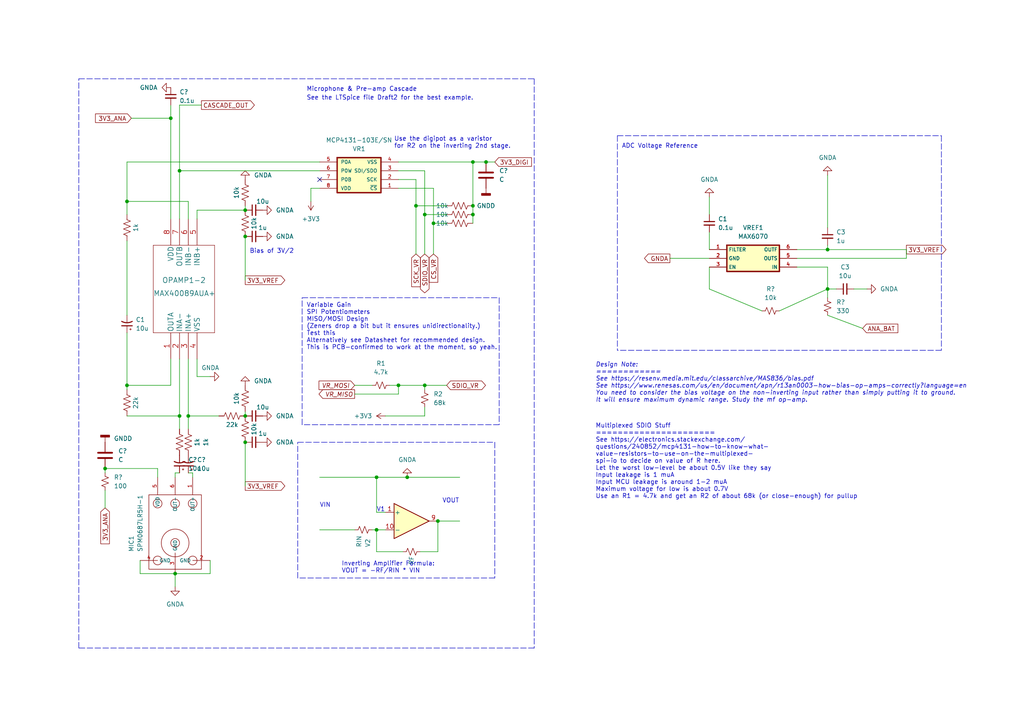
<source format=kicad_sch>
(kicad_sch (version 20211123) (generator eeschema)
  (paper "A4")
  (title_block (title "Analogue Circuitry Schematic - Batcorder"))
  (lib_symbols
    (symbol "Amplifier_Audio:OPA1622" (pin_names (offset 0.127))
      (property "Reference" "U?" (at 0 -7.62 0))
      (property "Value" "OPA" (at 0 -10.16 0))
      (symbol "OPA1622_1_1"
        (polyline (pts (xy -5.08 5.08) (xy 5.08 0) (xy -5.08 -5.08) (xy -5.08 5.08) (xy -5.08 5.08)) (stroke (width 0.254)) (fill (type background)))
        (pin input line (at -7.62 2.54 0) (length 2.54) (name "+") (number "1"))
        (pin input line (at -7.62 -2.54 0) (length 2.54) (name "-") (number "10"))
        (pin output line (at 7.62 0 180) (length 2.54) (name "~") (number "9"))
      )
      (symbol "OPA1622_2_1"
        (polyline (pts (xy -5.08 5.08) (xy 5.08 0) (xy -5.08 -5.08) (xy -5.08 5.08) (xy -5.08 5.08)) (stroke (width 0.254)) (fill (type background)))
        (pin input line (at -7.62 2.54 0) (length 2.54) (name "+") (number "5"))
        (pin input line (at -7.62 -2.54 0) (length 2.54) (name "-") (number "6"))
        (pin output line (at 7.62 0 180) (length 2.54) (name "~") (number "7"))
      )
      (symbol "OPA1622_3_1"
        (pin passive line (at -2.54 -7.62 90) (length 3.81) hide (name "V-") (number "11"))
        (pin power_in line (at -2.54 7.62 270) (length 3.81) (name "V+") (number "2"))
        (pin power_in line (at 0 -7.62 90) (length 5.08) (name "GND") (number "3"))
        (pin power_in line (at -2.54 -7.62 90) (length 3.81) (name "V-") (number "4"))
      )
    )
    (symbol "Device:C" (pin_numbers hide) (pin_names (offset 0.254))
      (property "Reference" "C" (at 0.635 2.54 0))
      (property "Value" "C" (at 0.635 -2.54 0))
      (symbol "C_0_1"
        (polyline (pts (xy -2.032 -0.762) (xy 2.032 -0.762)) (stroke (width 0.508)))
        (polyline (pts (xy -2.032 0.762) (xy 2.032 0.762)) (stroke (width 0.508)))
      )
      (symbol "C_1_1"
        (pin passive line (at 0 3.81 270) (length 2.794) (name "~") (number "1"))
        (pin passive line (at 0 -3.81 90) (length 2.794) (name "~") (number "2"))
      )
    )
    (symbol "Device:C_Polarized_Small_US" (pin_numbers hide) (pin_names (offset 0.254) hide)
      (property "Reference" "C" (at 0.254 1.778 0))
      (property "Value" "C_Polarized_Small_US" (at 0.254 -2.032 0))
      (symbol "C_Polarized_Small_US_0_1"
        (polyline (pts (xy -1.524 0.508) (xy 1.524 0.508)) (stroke (width 0.3048)))
        (polyline (pts (xy -1.27 1.524) (xy -0.762 1.524)))
        (polyline (pts (xy -1.016 1.27) (xy -1.016 1.778)))
        (arc (start 1.524 -0.762) (mid 0 -0.3734) (end -1.524 -0.762) (stroke (width 0.3048)))
      )
      (symbol "C_Polarized_Small_US_1_1"
        (pin passive line (at 0 2.54 270) (length 2.032) (name "~") (number "1"))
        (pin passive line (at 0 -2.54 90) (length 2.032) (name "~") (number "2"))
      )
    )
    (symbol "Device:C_Small" (pin_numbers hide) (pin_names (offset 0.254) hide)
      (property "Reference" "C" (at 0.254 1.778 0))
      (property "Value" "C_Small" (at 0.254 -2.032 0))
      (symbol "C_Small_0_1"
        (polyline (pts (xy -1.524 -0.508) (xy 1.524 -0.508)) (stroke (width 0.3302)))
        (polyline (pts (xy -1.524 0.508) (xy 1.524 0.508)) (stroke (width 0.3048)))
      )
      (symbol "C_Small_1_1"
        (pin passive line (at 0 2.54 270) (length 2.032) (name "~") (number "1"))
        (pin passive line (at 0 -2.54 90) (length 2.032) (name "~") (number "2"))
      )
    )
    (symbol "Device:R_Small_US" (pin_numbers hide) (pin_names (offset 0.254) hide)
      (property "Reference" "R" (at 0.762 0.508 0))
      (property "Value" "R_Small_US" (at 0.762 -1.016 0))
      (symbol "R_Small_US_1_1"
        (polyline (pts (xy 0 0) (xy 1.016 -0.381) (xy 0 -0.762) (xy -1.016 -1.143) (xy 0 -1.524)))
        (polyline (pts (xy 0 1.524) (xy 1.016 1.143) (xy 0 0.762) (xy -1.016 0.381) (xy 0 0)))
        (pin passive line (at 0 2.54 270) (length 1.016) (name "~") (number "1"))
        (pin passive line (at 0 -2.54 90) (length 1.016) (name "~") (number "2"))
      )
    )
    (symbol "Device:R_US" (pin_numbers hide) (pin_names (offset 0))
      (property "Reference" "R" (at 2.54 0 90))
      (property "Value" "R_US" (at -2.54 0 90))
      (symbol "R_US_0_1"
        (polyline (pts (xy 0 -2.286) (xy 0 -2.54)))
        (polyline (pts (xy 0 2.286) (xy 0 2.54)))
        (polyline (pts (xy 0 -0.762) (xy 1.016 -1.143) (xy 0 -1.524) (xy -1.016 -1.905) (xy 0 -2.286)))
        (polyline (pts (xy 0 0.762) (xy 1.016 0.381) (xy 0 0) (xy -1.016 -0.381) (xy 0 -0.762)))
        (polyline (pts (xy 0 2.286) (xy 1.016 1.905) (xy 0 1.524) (xy -1.016 1.143) (xy 0 0.762)))
      )
      (symbol "R_US_1_1"
        (pin passive line (at 0 3.81 270) (length 1.27) (name "~") (number "1"))
        (pin passive line (at 0 -3.81 90) (length 1.27) (name "~") (number "2"))
      )
    )
    (symbol "MAX40089AUA+:MAX40089AUA+" (pin_names (offset 0.254))
      (property "Reference" "U" (at 20.32 10.16 0))
      (property "Value" "MAX40089AUA+" (at 20.32 7.62 0))
      (symbol "MAX40089AUA+_1_1"
        (polyline (pts (xy 7.62 -12.7) (xy 33.02 -12.7)) (stroke (width 0.127)))
        (polyline (pts (xy 7.62 5.08) (xy 7.62 -12.7)) (stroke (width 0.127)))
        (polyline (pts (xy 33.02 -12.7) (xy 33.02 5.08)) (stroke (width 0.127)))
        (polyline (pts (xy 33.02 5.08) (xy 7.62 5.08)) (stroke (width 0.127)))
        (pin output line (at 0 0 0) (length 7.62) (name "OUTA") (number "1"))
        (pin unspecified line (at 0 -2.54 0) (length 7.62) (name "INA-") (number "2"))
        (pin unspecified line (at 0 -5.08 0) (length 7.62) (name "INA+") (number "3"))
        (pin power_in line (at 0 -7.62 0) (length 7.62) (name "VSS") (number "4"))
        (pin unspecified line (at 40.64 -7.62 180) (length 7.62) (name "INB+") (number "5"))
        (pin unspecified line (at 40.64 -5.08 180) (length 7.62) (name "INB-") (number "6"))
        (pin output line (at 40.64 -2.54 180) (length 7.62) (name "OUTB") (number "7"))
        (pin power_in line (at 40.64 0 180) (length 7.62) (name "VDD") (number "8"))
      )
    )
    (symbol "MAX6070:MAX6070"
      (property "Reference" "VREF" (at 0 6.35 0))
      (property "Value" "MAX6070" (at 0 3.81 0))
      (symbol "MAX6070_0_0"
        (rectangle (start -7.62 2.54) (end 7.62 -5.08) (stroke (width 0.4064)) (fill (type background)))
        (pin power_in line (at -12.7 1.27 0) (length 5.08) (name "FILTER") (number "1"))
        (pin power_in line (at -12.7 -1.27 0) (length 5.08) (name "GND") (number "2"))
        (pin bidirectional line (at -12.7 -3.81 0) (length 5.08) (name "EN") (number "3"))
        (pin input line (at 12.7 -3.81 180) (length 5.08) (name "IN") (number "4"))
        (pin output line (at 12.7 -1.27 180) (length 5.08) (name "OUTS") (number "5"))
        (pin output line (at 12.7 1.27 180) (length 5.08) (name "OUTF") (number "6"))
      )
    )
    (symbol "MCP4131-103E_SN:MCP4131-103E{slash}SN" (pin_names (offset 1.016))
      (property "Reference" "VR" (at -1.27 7.62 0))
      (property "Value" "MCP4131-103E{slash}SN" (at -8.89 5.08 0))
      (symbol "MCP4131-103E{slash}SN_0_0"
        (rectangle (start -6.35 5.08) (end 6.35 -5.08) (stroke (width 0.41)) (fill (type background)))
        (pin input line (at -11.43 3.81 0) (length 5.08) (name "~{CS}") (number "1"))
        (pin input line (at -11.43 1.27 0) (length 5.08) (name "SCK") (number "2"))
        (pin bidirectional line (at -11.43 -1.27 0) (length 5.08) (name "SDI/SDO") (number "3"))
        (pin power_in line (at -11.43 -3.81 0) (length 5.08) (name "VSS") (number "4"))
        (pin bidirectional line (at 11.43 -3.81 180) (length 5.08) (name "P0A") (number "5"))
        (pin bidirectional line (at 11.43 -1.27 180) (length 5.08) (name "P0W") (number "6"))
        (pin bidirectional line (at 11.43 1.27 180) (length 5.08) (name "P0B") (number "7"))
        (pin power_in line (at 11.43 3.81 180) (length 5.08) (name "VDD") (number "8"))
      )
    )
    (symbol "SPM0687LR5H-1:SPM0687LR5H-1"
      (property "Reference" "MIC" (at 0 25.4 0))
      (property "Value" "SPM0687LR5H-1" (at 0 22.86 0))
      (symbol "SPM0687LR5H-1_0_0"
        (pin output line (at 5.08 16.51 270) (length 5.08) (name "OUT+") (number "1"))
        (pin power_out line (at 10.16 -7.62 180) (length 5.08) (name "GND") (number "2"))
        (pin power_out line (at 0 -11.43 90) (length 6) (name "GND") (number "3"))
        (pin power_out line (at -10.16 -7.62 0) (length 5.08) (name "GND") (number "4"))
        (pin power_in line (at -5.08 16.51 270) (length 5.08) (name "VDD") (number "5"))
        (pin output line (at 0 16.51 270) (length 5.08) (name "OUT-") (number "6"))
      )
      (symbol "SPM0687LR5H-1_0_1"
        (rectangle (start -7.62 11.43) (end 7.62 -10.16))
        (circle (center -5.08 -7.62) (radius 1.27))
        (circle (center -5.08 8.89) (radius 1.27))
        (circle (center 0 -2.54) (radius 1.27))
        (circle (center 0 -2.54) (radius 4.0161))
        (circle (center 0 8.89) (radius 1.27))
        (circle (center 5.08 -7.62) (radius 1.27))
        (circle (center 5.08 8.89) (radius 1.27))
      )
    )
    (symbol "power:+3V3" (power) (pin_names (offset 0))
      (property "Value" "+3V3" (at 0 3.556 0))
      (symbol "+3V3_0_1"
        (polyline (pts (xy -0.762 1.27) (xy 0 2.54)))
        (polyline (pts (xy 0 0) (xy 0 2.54)))
        (polyline (pts (xy 0 2.54) (xy 0.762 1.27)))
      )
      (symbol "+3V3_1_1"
        (pin power_in line (at 0 0 90) (length 0) hide (name "+3V3") (number "1"))
      )
    )
    (symbol "power:GNDA" (power) (pin_names (offset 0))
      (property "Value" "GNDA" (at 0 -3.81 0))
      (symbol "GNDA_0_1"
        (polyline (pts (xy 0 0) (xy 0 -1.27) (xy 1.27 -1.27) (xy 0 -2.54) (xy -1.27 -1.27) (xy 0 -1.27)))
      )
      (symbol "GNDA_1_1"
        (pin power_in line (at 0 0 270) (length 0) hide (name "GNDA") (number "1"))
      )
    )
    (symbol "power:GNDD" (power) (pin_names (offset 0))
      (property "Value" "GNDD" (at 0 -3.175 0))
      (symbol "GNDD_0_1"
        (rectangle (start -1.27 -1.524) (end 1.27 -2.032) (stroke (width 0.254)) (fill (type outline)))
        (polyline (pts (xy 0 0) (xy 0 -1.524)))
      )
      (symbol "GNDD_1_1"
        (pin power_in line (at 0 0 270) (length 0) hide (name "GNDD") (number "1"))
      )
    )
  )
  (junction (at 240.03 72.39))
  (junction (at 109.22 153.67))
  (junction (at 140.97 46.99))
  (junction (at 71.12 120.65))
  (junction (at 123.19 111.76))
  (junction (at 137.16 59.69))
  (junction (at 30.48 135.89))
  (junction (at 137.16 46.99))
  (junction (at 123.19 62.23))
  (junction (at 52.07 49.53))
  (junction (at 137.16 62.23))
  (junction (at 36.83 58.42))
  (junction (at 71.12 128.27))
  (junction (at 109.22 138.43))
  (junction (at 71.12 68.58))
  (junction (at 125.73 64.77))
  (junction (at 127 151.13))
  (junction (at 54.61 120.65))
  (junction (at 50.8 166.37))
  (junction (at 115.57 111.76))
  (junction (at 52.07 120.65))
  (junction (at 71.12 60.96))
  (junction (at 36.83 111.76))
  (junction (at 118.11 138.43))
  (junction (at 240.03 83.82))
  (junction (at 120.65 59.69))
  (junction (at 49.53 34.29))
  (no_connect (at 92.71 52.07))
  (wire (pts (xy 50.8 170.18) (xy 50.8 166.37)))
  (wire (pts (xy 123.19 49.53) (xy 123.19 62.23)))
  (wire (pts (xy 120.65 59.69) (xy 120.65 73.66)))
  (wire (pts (xy 57.15 104.14) (xy 57.15 109.22)))
  (wire (pts (xy 36.83 46.99) (xy 36.83 58.42)))
  (wire (pts (xy 123.19 118.11) (xy 123.19 120.65)))
  (wire (pts (xy 52.07 104.14) (xy 52.07 120.65)))
  (wire (pts (xy 52.07 120.65) (xy 52.07 124.46)))
  (wire (pts (xy 90.17 54.61) (xy 92.71 54.61)))
  (wire (pts (xy 57.15 109.22) (xy 60.96 109.22)))
  (wire (pts (xy 205.74 83.82) (xy 220.98 90.17)))
  (wire (pts (xy 36.83 111.76) (xy 49.53 111.76)))
  (wire (pts (xy 50.8 166.37) (xy 60.96 166.37)))
  (wire (pts (xy 71.12 119.38) (xy 71.12 120.65)))
  (wire (pts (xy 137.16 62.23) (xy 137.16 64.77)))
  (wire (pts (xy 231.14 74.93) (xy 262.89 74.93)))
  (wire (pts (xy 137.16 46.99) (xy 137.16 59.69)))
  (wire (pts (xy 71.12 68.58) (xy 71.12 81.28)))
  (wire (pts (xy 92.71 138.43) (xy 109.22 138.43)))
  (wire (pts (xy 38.1 34.29) (xy 49.53 34.29)))
  (wire (pts (xy 50.8 137.16) (xy 52.07 137.16)))
  (wire (pts (xy 111.76 120.65) (xy 123.19 120.65)))
  (wire (pts (xy 49.53 30.48) (xy 49.53 34.29)))
  (wire (pts (xy 125.73 64.77) (xy 129.54 64.77)))
  (wire (pts (xy 45.72 135.89) (xy 30.48 135.89)))
  (wire (pts (xy 36.83 62.23) (xy 36.83 58.42)))
  (wire (pts (xy 123.19 49.53) (xy 115.57 49.53)))
  (polyline (pts (xy 273.05 39.37) (xy 273.05 101.6)))
  (wire (pts (xy 71.12 128.27) (xy 71.12 140.97)))
  (wire (pts (xy 109.22 153.67) (xy 109.22 160.02)))
  (wire (pts (xy 54.61 104.14) (xy 54.61 120.65)))
  (wire (pts (xy 30.48 137.16) (xy 30.48 135.89)))
  (wire (pts (xy 60.96 166.37) (xy 60.96 162.56)))
  (wire (pts (xy 55.88 137.16) (xy 54.61 137.16)))
  (wire (pts (xy 50.8 138.43) (xy 50.8 137.16)))
  (wire (pts (xy 120.65 59.69) (xy 129.54 59.69)))
  (wire (pts (xy 36.83 113.03) (xy 36.83 111.76)))
  (polyline (pts (xy 86.36 128.27) (xy 143.51 128.27)))
  (polyline (pts (xy 87.63 86.36) (xy 144.78 86.36)))
  (wire (pts (xy 262.89 72.39) (xy 240.03 72.39)))
  (wire (pts (xy 140.97 46.99) (xy 143.51 46.99)))
  (wire (pts (xy 107.95 153.67) (xy 109.22 153.67)))
  (wire (pts (xy 40.64 162.56) (xy 40.64 166.37)))
  (polyline (pts (xy 86.36 167.64) (xy 86.36 128.27)))
  (wire (pts (xy 52.07 49.53) (xy 92.71 49.53)))
  (wire (pts (xy 242.57 83.82) (xy 240.03 83.82)))
  (polyline (pts (xy 154.94 22.86) (xy 154.94 187.96)))
  (wire (pts (xy 115.57 111.76) (xy 123.19 111.76)))
  (wire (pts (xy 55.88 138.43) (xy 55.88 137.16)))
  (polyline (pts (xy 143.51 167.64) (xy 86.36 167.64)))
  (wire (pts (xy 205.74 77.47) (xy 205.74 83.82)))
  (wire (pts (xy 54.61 120.65) (xy 54.61 124.46)))
  (polyline (pts (xy 143.51 128.27) (xy 143.51 167.64)))
  (wire (pts (xy 137.16 46.99) (xy 140.97 46.99)))
  (wire (pts (xy 109.22 148.59) (xy 109.22 138.43)))
  (wire (pts (xy 109.22 153.67) (xy 111.76 153.67)))
  (wire (pts (xy 262.89 74.93) (xy 262.89 72.39)))
  (wire (pts (xy 194.31 74.93) (xy 205.74 74.93)))
  (wire (pts (xy 123.19 62.23) (xy 123.19 73.66)))
  (wire (pts (xy 205.74 57.15) (xy 205.74 62.23)))
  (wire (pts (xy 52.07 49.53) (xy 52.07 63.5)))
  (wire (pts (xy 226.06 90.17) (xy 240.03 83.82)))
  (polyline (pts (xy 144.78 86.36) (xy 144.78 123.19)))
  (wire (pts (xy 57.15 63.5) (xy 57.15 60.96)))
  (wire (pts (xy 115.57 54.61) (xy 125.73 54.61)))
  (wire (pts (xy 52.07 30.48) (xy 58.42 30.48)))
  (wire (pts (xy 240.03 50.8) (xy 240.03 66.04)))
  (wire (pts (xy 36.83 120.65) (xy 52.07 120.65)))
  (wire (pts (xy 109.22 138.43) (xy 118.11 138.43)))
  (polyline (pts (xy 179.07 39.37) (xy 179.07 101.6)))
  (wire (pts (xy 125.73 54.61) (xy 125.73 64.77)))
  (wire (pts (xy 71.12 59.69) (xy 71.12 60.96)))
  (wire (pts (xy 137.16 59.69) (xy 137.16 62.23)))
  (polyline (pts (xy 22.86 187.96) (xy 22.86 22.86)))
  (polyline (pts (xy 179.07 39.37) (xy 273.05 39.37)))
  (wire (pts (xy 123.19 62.23) (xy 129.54 62.23)))
  (wire (pts (xy 115.57 46.99) (xy 137.16 46.99)))
  (wire (pts (xy 30.48 147.32) (xy 30.48 142.24)))
  (wire (pts (xy 109.22 160.02) (xy 116.84 160.02)))
  (wire (pts (xy 52.07 30.48) (xy 52.07 49.53)))
  (polyline (pts (xy 154.94 187.96) (xy 22.86 187.96)))
  (polyline (pts (xy 22.86 22.86) (xy 154.94 22.86)))
  (wire (pts (xy 36.83 58.42) (xy 54.61 58.42)))
  (wire (pts (xy 240.03 83.82) (xy 240.03 86.36)))
  (wire (pts (xy 247.65 83.82) (xy 251.46 83.82)))
  (wire (pts (xy 205.74 67.31) (xy 205.74 72.39)))
  (wire (pts (xy 127 151.13) (xy 133.35 151.13)))
  (wire (pts (xy 57.15 60.96) (xy 71.12 60.96)))
  (wire (pts (xy 49.53 34.29) (xy 49.53 63.5)))
  (wire (pts (xy 92.71 46.99) (xy 36.83 46.99)))
  (wire (pts (xy 102.87 111.76) (xy 107.95 111.76)))
  (wire (pts (xy 54.61 120.65) (xy 63.5 120.65)))
  (wire (pts (xy 36.83 69.85) (xy 36.83 91.44)))
  (wire (pts (xy 113.03 111.76) (xy 115.57 111.76)))
  (polyline (pts (xy 144.78 123.19) (xy 87.63 123.19)))
  (wire (pts (xy 120.65 52.07) (xy 115.57 52.07)))
  (wire (pts (xy 115.57 114.3) (xy 115.57 111.76)))
  (wire (pts (xy 120.65 52.07) (xy 120.65 59.69)))
  (wire (pts (xy 240.03 91.44) (xy 250.19 95.25)))
  (wire (pts (xy 240.03 77.47) (xy 231.14 77.47)))
  (wire (pts (xy 40.64 166.37) (xy 50.8 166.37)))
  (polyline (pts (xy 87.63 123.19) (xy 87.63 86.36)))
  (wire (pts (xy 92.71 153.67) (xy 102.87 153.67)))
  (wire (pts (xy 36.83 111.76) (xy 36.83 96.52)))
  (wire (pts (xy 90.17 58.42) (xy 90.17 54.61)))
  (wire (pts (xy 45.72 138.43) (xy 45.72 135.89)))
  (wire (pts (xy 102.87 114.3) (xy 115.57 114.3)))
  (polyline (pts (xy 273.05 101.6) (xy 179.07 101.6)))
  (wire (pts (xy 240.03 72.39) (xy 240.03 71.12)))
  (wire (pts (xy 118.11 138.43) (xy 133.35 138.43)))
  (wire (pts (xy 54.61 58.42) (xy 54.61 63.5)))
  (wire (pts (xy 125.73 64.77) (xy 125.73 73.66)))
  (wire (pts (xy 121.92 160.02) (xy 127 160.02)))
  (wire (pts (xy 111.76 148.59) (xy 109.22 148.59)))
  (wire (pts (xy 127 160.02) (xy 127 151.13)))
  (wire (pts (xy 123.19 111.76) (xy 129.54 111.76)))
  (wire (pts (xy 231.14 72.39) (xy 240.03 72.39)))
  (wire (pts (xy 49.53 104.14) (xy 49.53 111.76)))
  (wire (pts (xy 123.19 111.76) (xy 123.19 113.03)))
  (wire (pts (xy 240.03 83.82) (xy 240.03 77.47)))
  (text "VIN\n" (at 92.71 147.32 0) (effects (font (size 1.27 1.27)) (justify left bottom)))
  (text "See the LTSpice file Draft2 for the best example.\n" (at 88.9 29.21 0) (effects (font (size 1.27 1.27)) (justify left bottom)))
  (text "V1" (at 109.22 148.59 0) (effects (font (size 1.27 1.27)) (justify left bottom)))
  (text "Microphone & Pre-amp Cascade" (at 88.9 26.67 0) (effects (font (size 1.27 1.27)) (justify left bottom)))
  (text "ADC Voltage Reference" (at 180.34 43.18 0) (effects (font (size 1.27 1.27)) (justify left bottom)))
  (text "VOUT\n" (at 128.27 146.05 0) (effects (font (size 1.27 1.27)) (justify left bottom)))
  (text "Multiplexed SDIO Stuff\n======================\nSee https://electronics.stackexchange.com/\nquestions/240852/mcp4131-how-to-know-what-\nvalue-resistors-to-use-on-the-multiplexed-\nspi-io to decide on value of R here.\nLet the worst low-level be about 0.5V like they say\nInput leakage is 1 muA \nInput MCU leakage is around 1-2 muA\nMaximum voltage for low is about 0.7V\nUse an R1 = 4.7k and get an R2 of about 68k (or close-enough) for pullup\n" (at 172.72 144.78 0) (effects (font (size 1.27 1.27)) (justify left bottom)))
  (text "Inverting Amplifier Formula:\nVOUT = -RF/RIN * VIN " (at 99.06 166.37 0) (effects (font (size 1.27 1.27)) (justify left bottom)))
  (text "Variable Gain \nSPI Potentiometers\nMISO/MOSI Design \n(Zeners drop a bit but it ensures unidirectionality.) \nTest this\nAlternatively see Datasheet for recommended design.\nThis is PCB-confirmed to work at the moment, so yeah." (at 88.9 101.6 0) (effects (font (size 1.27 1.27)) (justify left bottom)))
  (text "Bias of 3V/2" (at 72.39 73.66 0) (effects (font (size 1.27 1.27)) (justify left bottom)))
  (text "Design Note: \n============\nSee https://resenv.media.mit.edu/classarchive/MAS836/bias.pdf \nSee https://www.renesas.com/us/en/document/apn/r13an0003-how-bias-op-amps-correctly?language=en\nYou need to consider the bias voltage on the non-inverting input rather than simply putting it to ground. \nIt will ensure maximum dynamic range. Study the mf op-amp." (at 172.72 116.84 0) (effects (font (size 1.27 1.27) italic) (justify left bottom)))
  (text "Use the digipot as a varistor \nfor R2 on the inverting 2nd stage.\n" (at 114.3 43.18 0) (effects (font (size 1.27 1.27)) (justify left bottom)))
  (global_label "SDIO_VR" (shape bidirectional) (at 129.54 111.76 0) (property "Intersheet References" "${INTERSHEET_REFS}" (effects hide)))
  (global_label "3V3_DIGI" (shape input) (at 143.51 46.99 0) (property "Intersheet References" "${INTERSHEET_REFS}" (effects hide)))
  (global_label "GNDA" (shape output) (at 194.31 74.93 180) (property "Intersheet References" "${INTERSHEET_REFS}" (effects hide)))
  (global_label "CS_VR" (shape input) (at 125.73 73.66 270) (property "Intersheet References" "${INTERSHEET_REFS}" (effects hide)))
  (global_label "VR_MOSI" (shape input) (at 102.87 111.76 180) (effects (font italic)) (property "Intersheet References" "${INTERSHEET_REFS}" (effects hide)))
  (global_label "3V3_ANA" (shape input) (at 38.1 34.29 180) (property "Intersheet References" "${INTERSHEET_REFS}" (effects hide)))
  (global_label "VR_MISO" (shape output) (at 102.87 114.3 180) (effects (font italic)) (property "Intersheet References" "${INTERSHEET_REFS}" (effects hide)))
  (global_label "3V3_VREF" (shape output) (at 71.12 81.28 0) (property "Intersheet References" "${INTERSHEET_REFS}" (effects hide)))
  (global_label "SCK_VR" (shape input) (at 120.65 73.66 270) (property "Intersheet References" "${INTERSHEET_REFS}" (effects hide)))
  (global_label "3V3_ANA" (shape input) (at 30.48 147.32 270) (property "Intersheet References" "${INTERSHEET_REFS}" (effects hide)))
  (global_label "3V3_VREF" (shape output) (at 262.89 72.39 0) (property "Intersheet References" "${INTERSHEET_REFS}" (effects hide)))
  (global_label "SDIO_VR" (shape bidirectional) (at 123.19 73.66 270) (property "Intersheet References" "${INTERSHEET_REFS}" (effects hide)))
  (global_label "3V3_VREF" (shape output) (at 71.12 140.97 0) (property "Intersheet References" "${INTERSHEET_REFS}" (effects hide)))
  (global_label "CASCADE_OUT" (shape output) (at 58.42 30.48 0) (property "Intersheet References" "${INTERSHEET_REFS}" (effects hide)))
  (global_label "ANA_BAT" (shape input) (at 250.19 95.25 0) (property "Intersheet References" "${INTERSHEET_REFS}" (effects hide)))
  (symbol (lib_id "power:GNDA") (at 76.2 120.65 90) (unit 1)
    (property "Reference" "#PWR?" (effects hide))
    (property "Value" "GNDA" (at 80.01 120.6499 90) (effects (justify right)))
  )
  (symbol (lib_id "Device:R_US") (at 133.35 62.23 270) (unit 1)
    (property "Reference" "R?" (effects hide))
    (property "Value" "10k" (at 128.27 62.23 90))
  )
  (symbol (lib_id "Device:R_Small_US") (at 30.48 139.7 180) (unit 1)
    (property "Reference" "R?" (at 33.02 138.4299 0) (effects (justify right)))
    (property "Value" "100" (at 33.02 140.9699 0) (effects (justify right)))
  )
  (symbol (lib_id "Amplifier_Audio:OPA1622") (at 119.38 151.13 0) (unit 1)
    (property "Reference" "O" (effects hide))
    (property "Value" "OPA" (effects hide))
    (property "Footprint" "Package_SON:Texas_S-PVSON-N10" (effects hide))
  )
  (symbol (lib_id "power:GNDA") (at 71.12 52.07 180) (unit 1)
    (property "Reference" "#PWR?" (effects hide))
    (property "Value" "GNDA" (at 73.66 50.7999 0) (effects (justify right)))
  )
  (symbol (lib_id "power:GNDA") (at 76.2 128.27 90) (unit 1)
    (property "Reference" "#PWR?" (effects hide))
    (property "Value" "GNDA" (at 80.01 128.2699 90) (effects (justify right)))
  )
  (symbol (lib_id "Device:R_Small_US") (at 119.38 160.02 90) (unit 1)
    (property "Reference" "V?" (effects hide))
    (property "Value" "RF" (at 119.38 163.83 0) (effects (justify left)))
  )
  (symbol (lib_id "Device:R_US") (at 133.35 59.69 270) (unit 1)
    (property "Reference" "R?" (effects hide))
    (property "Value" "10k" (at 128.27 59.69 90))
  )
  (symbol (lib_id "power:GNDA") (at 251.46 83.82 90) (unit 1)
    (property "Reference" "#PWR?" (effects hide))
    (property "Value" "GNDA" (at 255.27 83.8199 90) (effects (justify right)))
  )
  (symbol (lib_id "Device:C_Polarized_Small_US") (at 36.83 93.98 180) (unit 1)
    (property "Reference" "C1" (at 39.37 92.71 0) (effects (justify right)))
    (property "Value" "10u" (at 39.37 95.25 0) (effects (justify right)))
  )
  (symbol (lib_id "power:GNDD") (at 140.97 54.61 0) (unit 1)
    (property "Reference" "#PWR?" (effects hide))
    (property "Value" "GNDD" (at 140.97 59.69 0))
  )
  (symbol (lib_id "power:GNDD") (at 30.48 128.27 180) (unit 1)
    (property "Reference" "#PWR?" (effects hide))
    (property "Value" "GNDD" (at 33.02 127.1904 0) (effects (justify right)))
  )
  (symbol (lib_id "Device:C_Polarized_Small_US") (at 54.61 134.62 180) (unit 1)
    (property "Reference" "C?" (at 57.15 133.35 0) (effects (justify right)))
    (property "Value" "10u" (at 57.15 135.89 0) (effects (justify right)))
  )
  (symbol (lib_id "Device:R_US") (at 71.12 124.46 180) (unit 1)
    (property "Reference" "R?" (effects hide))
    (property "Value" "10k" (at 73.66 124.46 90))
  )
  (symbol (lib_id "power:GNDA") (at 118.11 138.43 180) (unit 1)
    (property "Reference" "#PWR?" (effects hide))
    (property "Value" "GNDA" (at 118.11 133.35 0))
  )
  (symbol (lib_id "MCP4131-103E_SN:MCP4131-103E{slash}SN") (at 104.14 50.8 180) (unit 1)
    (property "Reference" "VR1" (at 104.14 43.18 0))
    (property "Value" "MCP4131-103E/SN" (at 104.14 40.64 0))
    (property "Footprint" "SOIC127P599X175-8N" (effects hide))
  )
  (symbol (lib_id "power:+3V3") (at 111.76 120.65 90) (unit 1)
    (property "Reference" "#PWR?" (effects hide))
    (property "Value" "+3V3" (at 107.95 120.6499 90) (effects (justify left)))
  )
  (symbol (lib_id "power:GNDA") (at 240.03 50.8 180) (unit 1)
    (property "Reference" "#PWR?" (effects hide))
    (property "Value" "GNDA" (at 240.03 45.72 0))
  )
  (symbol (lib_id "Device:R_Small_US") (at 110.49 111.76 90) (unit 1)
    (property "Reference" "R1" (at 110.49 105.41 90))
    (property "Value" "4.7k" (at 110.49 107.95 90))
  )
  (symbol (lib_id "Device:R_US") (at 36.83 66.04 180) (unit 1)
    (property "Reference" "R?" (effects hide))
    (property "Value" "1k" (at 39.37 66.04 90))
  )
  (symbol (lib_id "Device:C_Small") (at 73.66 68.58 90) (unit 1)
    (property "Reference" "C?" (effects hide))
    (property "Value" "1u" (at 76.2 66.04 90))
  )
  (symbol (lib_id "Device:R_Small_US") (at 123.19 115.57 180) (unit 1)
    (property "Reference" "R2" (at 125.73 114.2999 0) (effects (justify right)))
    (property "Value" "68k" (at 125.73 116.8399 0) (effects (justify right)))
  )
  (symbol (lib_id "Device:C_Polarized_Small_US") (at 52.07 134.62 180) (unit 1)
    (property "Reference" "C?" (at 54.61 133.35 0) (effects (justify right)))
    (property "Value" "10u" (at 54.61 135.89 0) (effects (justify right)))
  )
  (symbol (lib_id "power:GNDA") (at 49.53 25.4 270) (unit 1)
    (property "Reference" "#PWR?" (effects hide))
    (property "Value" "GNDA" (at 45.72 25.3999 90) (effects (justify right)))
  )
  (symbol (lib_id "Device:C_Small") (at 49.53 27.94 0) (unit 1)
    (property "Reference" "C?" (at 52.07 26.6762 0) (effects (justify left)))
    (property "Value" "0.1u" (at 52.07 29.2162 0) (effects (justify left)))
  )
  (symbol (lib_id "Device:C_Small") (at 240.03 68.58 0) (unit 1)
    (property "Reference" "C3" (at 242.57 67.3162 0) (effects (justify left)))
    (property "Value" "1u" (at 242.57 69.8562 0) (effects (justify left)))
  )
  (symbol (lib_id "Device:R_US") (at 52.07 128.27 180) (unit 1)
    (property "Reference" "R?" (effects hide))
    (property "Value" "1k" (at 59.69 128.27 90))
  )
  (symbol (lib_id "Device:R_Small_US") (at 223.52 90.17 90) (unit 1)
    (property "Reference" "R?" (at 223.52 83.82 90))
    (property "Value" "10k" (at 223.52 86.36 90))
  )
  (symbol (lib_id "Device:R_US") (at 71.12 64.77 180) (unit 1)
    (property "Reference" "R?" (effects hide))
    (property "Value" "10k" (at 73.66 64.77 90))
  )
  (symbol (lib_id "power:GNDA") (at 76.2 68.58 90) (unit 1)
    (property "Reference" "#PWR?" (effects hide))
    (property "Value" "GNDA" (at 80.01 68.5799 90) (effects (justify right)))
  )
  (symbol (lib_id "Device:R_US") (at 133.35 64.77 270) (unit 1)
    (property "Reference" "R?" (effects hide))
    (property "Value" "10k" (at 128.27 64.77 90))
  )
  (symbol (lib_id "power:GNDA") (at 76.2 60.96 90) (unit 1)
    (property "Reference" "#PWR?" (effects hide))
    (property "Value" "GNDA" (at 80.01 60.9599 90) (effects (justify right)))
  )
  (symbol (lib_id "Device:C_Small") (at 73.66 120.65 90) (unit 1)
    (property "Reference" "C?" (effects hide))
    (property "Value" "10u" (at 76.2 118.11 90))
  )
  (symbol (lib_id "Device:R_US") (at 67.31 120.65 270) (unit 1)
    (property "Reference" "R?" (effects hide))
    (property "Value" "22k" (at 67.31 123.19 90))
  )
  (symbol (lib_id "Device:R_Small_US") (at 105.41 153.67 90) (unit 1)
    (property "Reference" "V2" (at 106.68 158.75 0) (effects (justify left)))
    (property "Value" "RIN" (at 104.14 158.75 0) (effects (justify left)))
  )
  (symbol (lib_id "Device:C") (at 140.97 50.8 0) (unit 1)
    (property "Reference" "C?" (at 144.78 49.5299 0) (effects (justify left)))
    (property "Value" "C" (at 144.78 52.0699 0) (effects (justify left)))
  )
  (symbol (lib_id "Device:C_Small") (at 205.74 64.77 0) (unit 1)
    (property "Reference" "C1" (at 208.28 63.5062 0) (effects (justify left)))
    (property "Value" "0.1u" (at 208.28 66.0462 0) (effects (justify left)))
  )
  (symbol (lib_id "MAX6070:MAX6070") (at 218.44 73.66 0) (unit 1)
    (property "Reference" "VREF1" (at 218.44 66.04 0))
    (property "Value" "MAX6070" (at 218.44 68.58 0))
  )
  (symbol (lib_id "Device:R_Small_US") (at 240.03 88.9 180) (unit 1)
    (property "Reference" "R?" (at 242.57 87.6299 0) (effects (justify right)))
    (property "Value" "330" (at 242.57 90.1699 0) (effects (justify right)))
  )
  (symbol (lib_id "Device:R_US") (at 36.83 116.84 180) (unit 1)
    (property "Reference" "R?" (effects hide))
    (property "Value" "22k" (at 39.37 116.84 90))
  )
  (symbol (lib_id "Device:C_Small") (at 73.66 128.27 90) (unit 1)
    (property "Reference" "C?" (effects hide))
    (property "Value" "1u" (at 76.2 125.73 90))
  )
  (symbol (lib_id "Device:R_US") (at 71.12 55.88 180) (unit 1)
    (property "Reference" "R?" (effects hide))
    (property "Value" "10k" (at 68.58 55.88 90))
  )
  (symbol (lib_id "Device:R_US") (at 71.12 115.57 180) (unit 1)
    (property "Reference" "R?" (effects hide))
    (property "Value" "10k" (at 68.58 115.57 90))
  )
  (symbol (lib_id "SPM0687LR5H-1:SPM0687LR5H-1") (at 50.8 154.94 0) (unit 1)
    (property "Reference" "MIC1" (at 38.1 160.0707 90) (effects (justify left)))
    (property "Value" "SPM0687LR5H-1" (at 40.64 160.0707 90) (effects (justify left)))
  )
  (symbol (lib_id "power:GNDA") (at 60.96 109.22 90) (unit 1)
    (property "Reference" "#PWR?" (effects hide))
    (property "Value" "GNDA" (at 58.42 106.68 90) (effects (justify right)))
  )
  (symbol (lib_id "MAX40089AUA+:MAX40089AUA+") (at 49.53 104.14 90) (unit 1)
    (property "Reference" "OPAMP1-2" (at 46.99 81.28 90) (effects (font (size 1.524 1.524)) (justify right)))
    (property "Value" "MAX40089AUA+" (at 44.45 85.09 90) (effects (font (size 1.524 1.524)) (justify right)))
    (property "Footprint" "21-0036K_MXM" (effects hide))
  )
  (symbol (lib_id "power:GNDA") (at 205.74 57.15 180) (unit 1)
    (property "Reference" "#PWR?" (effects hide))
    (property "Value" "GNDA" (at 205.74 52.07 0))
  )
  (symbol (lib_id "power:GNDA") (at 71.12 111.76 180) (unit 1)
    (property "Reference" "#PWR?" (effects hide))
    (property "Value" "GNDA" (at 73.66 110.4899 0) (effects (justify right)))
  )
  (symbol (lib_id "power:+3V3") (at 90.17 58.42 180) (unit 1)
    (property "Reference" "#PWR?" (effects hide))
    (property "Value" "+3V3" (at 90.17 63.5 0))
  )
  (symbol (lib_id "Device:C_Small") (at 73.66 60.96 90) (unit 1)
    (property "Reference" "C?" (effects hide))
    (property "Value" "10u" (at 76.2 58.42 90))
  )
  (symbol (lib_id "Device:C_Small") (at 245.11 83.82 90) (unit 1)
    (property "Reference" "C3" (at 245.1163 77.47 90))
    (property "Value" "10u" (at 245.1163 80.01 90))
  )
  (symbol (lib_id "power:GNDA") (at 50.8 170.18 0) (unit 1)
    (property "Reference" "#PWR?" (effects hide))
    (property "Value" "GNDA" (at 50.8 175.26 0))
  )
  (symbol (lib_id "Device:R_US") (at 54.61 128.27 180) (unit 1)
    (property "Reference" "R?" (effects hide))
    (property "Value" "1k" (at 57.15 128.27 90))
  )
  (symbol (lib_id "Device:C") (at 30.48 132.08 0) (unit 1)
    (property "Reference" "C?" (at 34.29 130.8099 0) (effects (justify left)))
    (property "Value" "C" (at 34.29 133.3499 0) (effects (justify left)))
  )
)
</source>
